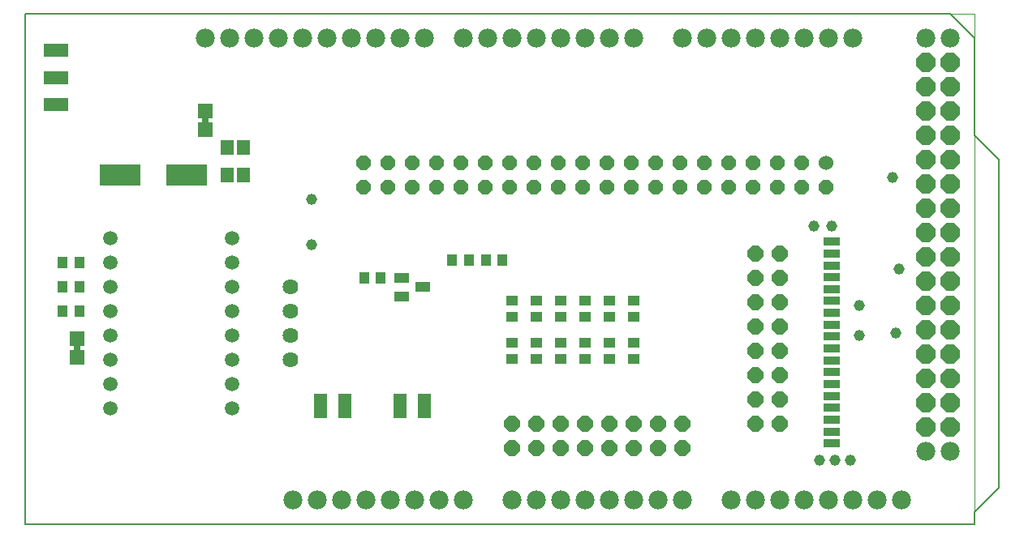
<source format=gts>
G75*
%MOIN*%
%OFA0B0*%
%FSLAX24Y24*%
%IPPOS*%
%LPD*%
%AMOC8*
5,1,8,0,0,1.08239X$1,22.5*
%
%ADD10C,0.0000*%
%ADD11C,0.0080*%
%ADD12C,0.0780*%
%ADD13OC8,0.0780*%
%ADD14R,0.0473X0.0434*%
%ADD15R,0.1040X0.0540*%
%ADD16R,0.0552X0.0631*%
%ADD17R,0.1654X0.0867*%
%ADD18R,0.0700X0.0360*%
%ADD19C,0.0600*%
%ADD20OC8,0.0600*%
%ADD21C,0.0594*%
%ADD22C,0.0640*%
%ADD23R,0.0434X0.0473*%
%ADD24R,0.0620X0.0590*%
%ADD25R,0.0300X0.0400*%
%ADD26OC8,0.0640*%
%ADD27R,0.0591X0.0434*%
%ADD28R,0.0540X0.1040*%
%ADD29C,0.0453*%
D10*
X004943Y000500D02*
X004943Y021495D01*
X043935Y021495D01*
X043935Y000500D01*
X004943Y000500D01*
D11*
X004943Y021500D01*
X042943Y021500D01*
X043943Y020500D01*
X043943Y016500D01*
X044943Y015500D01*
X044943Y002000D01*
X043943Y001000D01*
X043943Y000500D01*
X004943Y000500D01*
D12*
X015943Y001500D03*
X016943Y001500D03*
X017943Y001500D03*
X018943Y001500D03*
X019943Y001500D03*
X020943Y001500D03*
X021943Y001500D03*
X022943Y001500D03*
X024943Y001500D03*
X025943Y001500D03*
X026943Y001500D03*
X027943Y001500D03*
X028943Y001500D03*
X029943Y001500D03*
X030943Y001500D03*
X031943Y001500D03*
X033943Y001500D03*
X034943Y001500D03*
X035943Y001500D03*
X036943Y001500D03*
X037943Y001500D03*
X038943Y001500D03*
X039943Y001500D03*
X040943Y001500D03*
X041943Y003500D03*
X042943Y003500D03*
X042943Y020500D03*
X041943Y020500D03*
X038943Y020500D03*
X037943Y020500D03*
X036943Y020500D03*
X035943Y020500D03*
X034943Y020500D03*
X033943Y020500D03*
X032943Y020500D03*
X031943Y020500D03*
X029943Y020500D03*
X028943Y020500D03*
X027943Y020500D03*
X026943Y020500D03*
X025943Y020500D03*
X024943Y020500D03*
X023943Y020500D03*
X022943Y020500D03*
X021343Y020500D03*
X020343Y020500D03*
X019343Y020500D03*
X018343Y020500D03*
X017343Y020500D03*
X016343Y020500D03*
X015343Y020500D03*
X014343Y020500D03*
X013343Y020500D03*
X012343Y020500D03*
D13*
X041943Y019500D03*
X042943Y019500D03*
X042943Y018500D03*
X041943Y018500D03*
X041943Y017500D03*
X042943Y017500D03*
X042943Y016500D03*
X041943Y016500D03*
X041943Y015500D03*
X042943Y015500D03*
X042943Y014500D03*
X041943Y014500D03*
X041943Y013500D03*
X042943Y013500D03*
X042943Y012500D03*
X041943Y012500D03*
X041943Y011500D03*
X042943Y011500D03*
X042943Y010500D03*
X041943Y010500D03*
X041943Y009500D03*
X042943Y009500D03*
X042943Y008500D03*
X041943Y008500D03*
X041943Y007500D03*
X042943Y007500D03*
X042943Y006500D03*
X041943Y006500D03*
X041943Y005500D03*
X042943Y005500D03*
X042943Y004500D03*
X041943Y004500D03*
D14*
X029943Y007290D03*
X029943Y007960D03*
X028943Y007960D03*
X028943Y007290D03*
X027943Y007290D03*
X027943Y007960D03*
X026943Y007960D03*
X026943Y007290D03*
X025943Y007290D03*
X025943Y007960D03*
X024943Y007960D03*
X024943Y007290D03*
X024943Y009040D03*
X025943Y009040D03*
X026943Y009040D03*
X027943Y009040D03*
X027943Y009710D03*
X026943Y009710D03*
X025943Y009710D03*
X024943Y009710D03*
X028943Y009710D03*
X029943Y009710D03*
X029943Y009040D03*
X028943Y009040D03*
D15*
X006193Y017750D03*
X006193Y018875D03*
X006193Y020000D03*
D16*
X013233Y016000D03*
X013902Y016000D03*
X013902Y014875D03*
X013233Y014875D03*
D17*
X011551Y014875D03*
X008835Y014875D03*
D18*
X038068Y012125D03*
X038068Y011637D03*
X038068Y011149D03*
X038068Y010660D03*
X038068Y010172D03*
X038068Y009684D03*
X038068Y009196D03*
X038068Y008708D03*
X038068Y008219D03*
X038068Y007731D03*
X038068Y007243D03*
X038068Y006755D03*
X038068Y006267D03*
X038068Y005779D03*
X038068Y005290D03*
X038068Y004802D03*
X038068Y004314D03*
X038068Y003826D03*
D19*
X037818Y015375D03*
D20*
X036818Y015375D03*
X035818Y015375D03*
X034818Y015375D03*
X033818Y015375D03*
X033818Y014375D03*
X034818Y014375D03*
X035818Y014375D03*
X036818Y014375D03*
X037818Y014375D03*
X032818Y014375D03*
X031818Y014375D03*
X030818Y014375D03*
X029818Y014375D03*
X029818Y015375D03*
X030818Y015375D03*
X031818Y015375D03*
X032818Y015375D03*
X028818Y015375D03*
X027818Y015375D03*
X026818Y015375D03*
X025818Y015375D03*
X024818Y015375D03*
X024818Y014375D03*
X025818Y014375D03*
X026818Y014375D03*
X027818Y014375D03*
X028818Y014375D03*
X023818Y014375D03*
X022818Y014375D03*
X021818Y014375D03*
X020818Y014375D03*
X020818Y015375D03*
X021818Y015375D03*
X022818Y015375D03*
X023818Y015375D03*
X019818Y015375D03*
X018818Y015375D03*
X018818Y014375D03*
X019818Y014375D03*
D21*
X013443Y012250D03*
X013443Y011250D03*
X013443Y010250D03*
X013443Y009250D03*
X013443Y008250D03*
X013443Y007250D03*
X013443Y006250D03*
X013443Y005250D03*
X008443Y005250D03*
X008443Y006250D03*
X008443Y007250D03*
X008443Y008250D03*
X008443Y009250D03*
X008443Y010250D03*
X008443Y011250D03*
X008443Y012250D03*
D22*
X015818Y010250D03*
X015818Y009250D03*
X015818Y008250D03*
X015818Y007250D03*
D23*
X018858Y010625D03*
X019527Y010625D03*
X022483Y011375D03*
X023152Y011375D03*
X023858Y011375D03*
X024527Y011375D03*
X007152Y011250D03*
X006483Y011250D03*
X006483Y010250D03*
X007152Y010250D03*
X007152Y009250D03*
X006483Y009250D03*
D24*
X007068Y008130D03*
X007068Y007370D03*
X012318Y016745D03*
X012318Y017505D03*
D25*
X012318Y017125D03*
X007068Y007750D03*
D26*
X024943Y004625D03*
X025943Y004625D03*
X026943Y004625D03*
X027943Y004625D03*
X028943Y004625D03*
X029943Y004625D03*
X030943Y004625D03*
X031943Y004625D03*
X031943Y003625D03*
X030943Y003625D03*
X029943Y003625D03*
X028943Y003625D03*
X027943Y003625D03*
X026943Y003625D03*
X025943Y003625D03*
X024943Y003625D03*
X034943Y004625D03*
X035943Y004625D03*
X035943Y005625D03*
X034943Y005625D03*
X034943Y006625D03*
X035943Y006625D03*
X035943Y007625D03*
X034943Y007625D03*
X034943Y008625D03*
X035943Y008625D03*
X035943Y009625D03*
X034943Y009625D03*
X034943Y010625D03*
X035943Y010625D03*
X035943Y011625D03*
X034943Y011625D03*
D27*
X021251Y010250D03*
X020385Y009876D03*
X020385Y010624D03*
D28*
X020318Y005375D03*
X021318Y005375D03*
X018068Y005375D03*
X017068Y005375D03*
D29*
X016693Y012000D03*
X016693Y013875D03*
X037318Y012750D03*
X038068Y012750D03*
X040568Y014750D03*
X040818Y011000D03*
X039193Y009500D03*
X040693Y008375D03*
X039193Y008250D03*
X038818Y003125D03*
X038193Y003125D03*
X037568Y003125D03*
M02*

</source>
